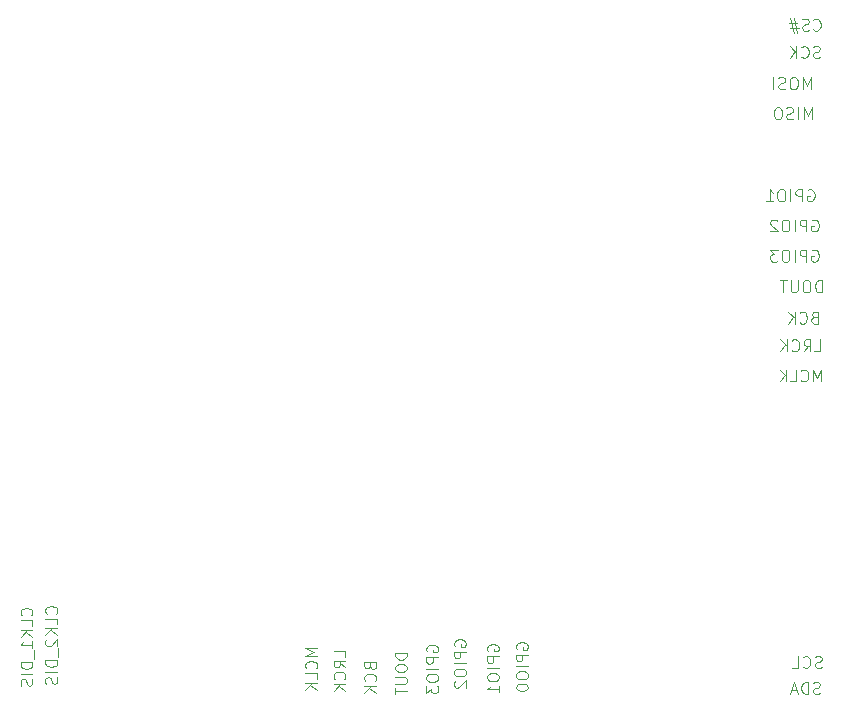
<source format=gbr>
%TF.GenerationSoftware,KiCad,Pcbnew,8.0.4*%
%TF.CreationDate,2024-08-26T07:10:41+02:00*%
%TF.ProjectId,Audio_Digitizer,41756469-6f5f-4446-9967-6974697a6572,rev?*%
%TF.SameCoordinates,Original*%
%TF.FileFunction,Legend,Bot*%
%TF.FilePolarity,Positive*%
%FSLAX46Y46*%
G04 Gerber Fmt 4.6, Leading zero omitted, Abs format (unit mm)*
G04 Created by KiCad (PCBNEW 8.0.4) date 2024-08-26 07:10:41*
%MOMM*%
%LPD*%
G01*
G04 APERTURE LIST*
%ADD10C,0.100000*%
G04 APERTURE END LIST*
D10*
X190170038Y-142727693D02*
X190122419Y-142632455D01*
X190122419Y-142632455D02*
X190122419Y-142489598D01*
X190122419Y-142489598D02*
X190170038Y-142346741D01*
X190170038Y-142346741D02*
X190265276Y-142251503D01*
X190265276Y-142251503D02*
X190360514Y-142203884D01*
X190360514Y-142203884D02*
X190550990Y-142156265D01*
X190550990Y-142156265D02*
X190693847Y-142156265D01*
X190693847Y-142156265D02*
X190884323Y-142203884D01*
X190884323Y-142203884D02*
X190979561Y-142251503D01*
X190979561Y-142251503D02*
X191074800Y-142346741D01*
X191074800Y-142346741D02*
X191122419Y-142489598D01*
X191122419Y-142489598D02*
X191122419Y-142584836D01*
X191122419Y-142584836D02*
X191074800Y-142727693D01*
X191074800Y-142727693D02*
X191027180Y-142775312D01*
X191027180Y-142775312D02*
X190693847Y-142775312D01*
X190693847Y-142775312D02*
X190693847Y-142584836D01*
X191122419Y-143203884D02*
X190122419Y-143203884D01*
X190122419Y-143203884D02*
X190122419Y-143584836D01*
X190122419Y-143584836D02*
X190170038Y-143680074D01*
X190170038Y-143680074D02*
X190217657Y-143727693D01*
X190217657Y-143727693D02*
X190312895Y-143775312D01*
X190312895Y-143775312D02*
X190455752Y-143775312D01*
X190455752Y-143775312D02*
X190550990Y-143727693D01*
X190550990Y-143727693D02*
X190598609Y-143680074D01*
X190598609Y-143680074D02*
X190646228Y-143584836D01*
X190646228Y-143584836D02*
X190646228Y-143203884D01*
X191122419Y-144203884D02*
X190122419Y-144203884D01*
X190122419Y-144870550D02*
X190122419Y-145061026D01*
X190122419Y-145061026D02*
X190170038Y-145156264D01*
X190170038Y-145156264D02*
X190265276Y-145251502D01*
X190265276Y-145251502D02*
X190455752Y-145299121D01*
X190455752Y-145299121D02*
X190789085Y-145299121D01*
X190789085Y-145299121D02*
X190979561Y-145251502D01*
X190979561Y-145251502D02*
X191074800Y-145156264D01*
X191074800Y-145156264D02*
X191122419Y-145061026D01*
X191122419Y-145061026D02*
X191122419Y-144870550D01*
X191122419Y-144870550D02*
X191074800Y-144775312D01*
X191074800Y-144775312D02*
X190979561Y-144680074D01*
X190979561Y-144680074D02*
X190789085Y-144632455D01*
X190789085Y-144632455D02*
X190455752Y-144632455D01*
X190455752Y-144632455D02*
X190265276Y-144680074D01*
X190265276Y-144680074D02*
X190170038Y-144775312D01*
X190170038Y-144775312D02*
X190122419Y-144870550D01*
X190122419Y-145918169D02*
X190122419Y-146013407D01*
X190122419Y-146013407D02*
X190170038Y-146108645D01*
X190170038Y-146108645D02*
X190217657Y-146156264D01*
X190217657Y-146156264D02*
X190312895Y-146203883D01*
X190312895Y-146203883D02*
X190503371Y-146251502D01*
X190503371Y-146251502D02*
X190741466Y-146251502D01*
X190741466Y-146251502D02*
X190931942Y-146203883D01*
X190931942Y-146203883D02*
X191027180Y-146156264D01*
X191027180Y-146156264D02*
X191074800Y-146108645D01*
X191074800Y-146108645D02*
X191122419Y-146013407D01*
X191122419Y-146013407D02*
X191122419Y-145918169D01*
X191122419Y-145918169D02*
X191074800Y-145822931D01*
X191074800Y-145822931D02*
X191027180Y-145775312D01*
X191027180Y-145775312D02*
X190931942Y-145727693D01*
X190931942Y-145727693D02*
X190741466Y-145680074D01*
X190741466Y-145680074D02*
X190503371Y-145680074D01*
X190503371Y-145680074D02*
X190312895Y-145727693D01*
X190312895Y-145727693D02*
X190217657Y-145775312D01*
X190217657Y-145775312D02*
X190170038Y-145822931D01*
X190170038Y-145822931D02*
X190122419Y-145918169D01*
X214822306Y-103870038D02*
X214917544Y-103822419D01*
X214917544Y-103822419D02*
X215060401Y-103822419D01*
X215060401Y-103822419D02*
X215203258Y-103870038D01*
X215203258Y-103870038D02*
X215298496Y-103965276D01*
X215298496Y-103965276D02*
X215346115Y-104060514D01*
X215346115Y-104060514D02*
X215393734Y-104250990D01*
X215393734Y-104250990D02*
X215393734Y-104393847D01*
X215393734Y-104393847D02*
X215346115Y-104584323D01*
X215346115Y-104584323D02*
X215298496Y-104679561D01*
X215298496Y-104679561D02*
X215203258Y-104774800D01*
X215203258Y-104774800D02*
X215060401Y-104822419D01*
X215060401Y-104822419D02*
X214965163Y-104822419D01*
X214965163Y-104822419D02*
X214822306Y-104774800D01*
X214822306Y-104774800D02*
X214774687Y-104727180D01*
X214774687Y-104727180D02*
X214774687Y-104393847D01*
X214774687Y-104393847D02*
X214965163Y-104393847D01*
X214346115Y-104822419D02*
X214346115Y-103822419D01*
X214346115Y-103822419D02*
X213965163Y-103822419D01*
X213965163Y-103822419D02*
X213869925Y-103870038D01*
X213869925Y-103870038D02*
X213822306Y-103917657D01*
X213822306Y-103917657D02*
X213774687Y-104012895D01*
X213774687Y-104012895D02*
X213774687Y-104155752D01*
X213774687Y-104155752D02*
X213822306Y-104250990D01*
X213822306Y-104250990D02*
X213869925Y-104298609D01*
X213869925Y-104298609D02*
X213965163Y-104346228D01*
X213965163Y-104346228D02*
X214346115Y-104346228D01*
X213346115Y-104822419D02*
X213346115Y-103822419D01*
X212679449Y-103822419D02*
X212488973Y-103822419D01*
X212488973Y-103822419D02*
X212393735Y-103870038D01*
X212393735Y-103870038D02*
X212298497Y-103965276D01*
X212298497Y-103965276D02*
X212250878Y-104155752D01*
X212250878Y-104155752D02*
X212250878Y-104489085D01*
X212250878Y-104489085D02*
X212298497Y-104679561D01*
X212298497Y-104679561D02*
X212393735Y-104774800D01*
X212393735Y-104774800D02*
X212488973Y-104822419D01*
X212488973Y-104822419D02*
X212679449Y-104822419D01*
X212679449Y-104822419D02*
X212774687Y-104774800D01*
X212774687Y-104774800D02*
X212869925Y-104679561D01*
X212869925Y-104679561D02*
X212917544Y-104489085D01*
X212917544Y-104489085D02*
X212917544Y-104155752D01*
X212917544Y-104155752D02*
X212869925Y-103965276D01*
X212869925Y-103965276D02*
X212774687Y-103870038D01*
X212774687Y-103870038D02*
X212679449Y-103822419D01*
X211298497Y-104822419D02*
X211869925Y-104822419D01*
X211584211Y-104822419D02*
X211584211Y-103822419D01*
X211584211Y-103822419D02*
X211679449Y-103965276D01*
X211679449Y-103965276D02*
X211774687Y-104060514D01*
X211774687Y-104060514D02*
X211869925Y-104108133D01*
X175672419Y-143380074D02*
X175672419Y-142903884D01*
X175672419Y-142903884D02*
X174672419Y-142903884D01*
X175672419Y-144284836D02*
X175196228Y-143951503D01*
X175672419Y-143713408D02*
X174672419Y-143713408D01*
X174672419Y-143713408D02*
X174672419Y-144094360D01*
X174672419Y-144094360D02*
X174720038Y-144189598D01*
X174720038Y-144189598D02*
X174767657Y-144237217D01*
X174767657Y-144237217D02*
X174862895Y-144284836D01*
X174862895Y-144284836D02*
X175005752Y-144284836D01*
X175005752Y-144284836D02*
X175100990Y-144237217D01*
X175100990Y-144237217D02*
X175148609Y-144189598D01*
X175148609Y-144189598D02*
X175196228Y-144094360D01*
X175196228Y-144094360D02*
X175196228Y-143713408D01*
X175577180Y-145284836D02*
X175624800Y-145237217D01*
X175624800Y-145237217D02*
X175672419Y-145094360D01*
X175672419Y-145094360D02*
X175672419Y-144999122D01*
X175672419Y-144999122D02*
X175624800Y-144856265D01*
X175624800Y-144856265D02*
X175529561Y-144761027D01*
X175529561Y-144761027D02*
X175434323Y-144713408D01*
X175434323Y-144713408D02*
X175243847Y-144665789D01*
X175243847Y-144665789D02*
X175100990Y-144665789D01*
X175100990Y-144665789D02*
X174910514Y-144713408D01*
X174910514Y-144713408D02*
X174815276Y-144761027D01*
X174815276Y-144761027D02*
X174720038Y-144856265D01*
X174720038Y-144856265D02*
X174672419Y-144999122D01*
X174672419Y-144999122D02*
X174672419Y-145094360D01*
X174672419Y-145094360D02*
X174720038Y-145237217D01*
X174720038Y-145237217D02*
X174767657Y-145284836D01*
X175672419Y-145713408D02*
X174672419Y-145713408D01*
X175672419Y-146284836D02*
X175100990Y-145856265D01*
X174672419Y-146284836D02*
X175243847Y-145713408D01*
X215369925Y-117522419D02*
X215846115Y-117522419D01*
X215846115Y-117522419D02*
X215846115Y-116522419D01*
X214465163Y-117522419D02*
X214798496Y-117046228D01*
X215036591Y-117522419D02*
X215036591Y-116522419D01*
X215036591Y-116522419D02*
X214655639Y-116522419D01*
X214655639Y-116522419D02*
X214560401Y-116570038D01*
X214560401Y-116570038D02*
X214512782Y-116617657D01*
X214512782Y-116617657D02*
X214465163Y-116712895D01*
X214465163Y-116712895D02*
X214465163Y-116855752D01*
X214465163Y-116855752D02*
X214512782Y-116950990D01*
X214512782Y-116950990D02*
X214560401Y-116998609D01*
X214560401Y-116998609D02*
X214655639Y-117046228D01*
X214655639Y-117046228D02*
X215036591Y-117046228D01*
X213465163Y-117427180D02*
X213512782Y-117474800D01*
X213512782Y-117474800D02*
X213655639Y-117522419D01*
X213655639Y-117522419D02*
X213750877Y-117522419D01*
X213750877Y-117522419D02*
X213893734Y-117474800D01*
X213893734Y-117474800D02*
X213988972Y-117379561D01*
X213988972Y-117379561D02*
X214036591Y-117284323D01*
X214036591Y-117284323D02*
X214084210Y-117093847D01*
X214084210Y-117093847D02*
X214084210Y-116950990D01*
X214084210Y-116950990D02*
X214036591Y-116760514D01*
X214036591Y-116760514D02*
X213988972Y-116665276D01*
X213988972Y-116665276D02*
X213893734Y-116570038D01*
X213893734Y-116570038D02*
X213750877Y-116522419D01*
X213750877Y-116522419D02*
X213655639Y-116522419D01*
X213655639Y-116522419D02*
X213512782Y-116570038D01*
X213512782Y-116570038D02*
X213465163Y-116617657D01*
X213036591Y-117522419D02*
X213036591Y-116522419D01*
X212465163Y-117522419D02*
X212893734Y-116950990D01*
X212465163Y-116522419D02*
X213036591Y-117093847D01*
X215172306Y-108970038D02*
X215267544Y-108922419D01*
X215267544Y-108922419D02*
X215410401Y-108922419D01*
X215410401Y-108922419D02*
X215553258Y-108970038D01*
X215553258Y-108970038D02*
X215648496Y-109065276D01*
X215648496Y-109065276D02*
X215696115Y-109160514D01*
X215696115Y-109160514D02*
X215743734Y-109350990D01*
X215743734Y-109350990D02*
X215743734Y-109493847D01*
X215743734Y-109493847D02*
X215696115Y-109684323D01*
X215696115Y-109684323D02*
X215648496Y-109779561D01*
X215648496Y-109779561D02*
X215553258Y-109874800D01*
X215553258Y-109874800D02*
X215410401Y-109922419D01*
X215410401Y-109922419D02*
X215315163Y-109922419D01*
X215315163Y-109922419D02*
X215172306Y-109874800D01*
X215172306Y-109874800D02*
X215124687Y-109827180D01*
X215124687Y-109827180D02*
X215124687Y-109493847D01*
X215124687Y-109493847D02*
X215315163Y-109493847D01*
X214696115Y-109922419D02*
X214696115Y-108922419D01*
X214696115Y-108922419D02*
X214315163Y-108922419D01*
X214315163Y-108922419D02*
X214219925Y-108970038D01*
X214219925Y-108970038D02*
X214172306Y-109017657D01*
X214172306Y-109017657D02*
X214124687Y-109112895D01*
X214124687Y-109112895D02*
X214124687Y-109255752D01*
X214124687Y-109255752D02*
X214172306Y-109350990D01*
X214172306Y-109350990D02*
X214219925Y-109398609D01*
X214219925Y-109398609D02*
X214315163Y-109446228D01*
X214315163Y-109446228D02*
X214696115Y-109446228D01*
X213696115Y-109922419D02*
X213696115Y-108922419D01*
X213029449Y-108922419D02*
X212838973Y-108922419D01*
X212838973Y-108922419D02*
X212743735Y-108970038D01*
X212743735Y-108970038D02*
X212648497Y-109065276D01*
X212648497Y-109065276D02*
X212600878Y-109255752D01*
X212600878Y-109255752D02*
X212600878Y-109589085D01*
X212600878Y-109589085D02*
X212648497Y-109779561D01*
X212648497Y-109779561D02*
X212743735Y-109874800D01*
X212743735Y-109874800D02*
X212838973Y-109922419D01*
X212838973Y-109922419D02*
X213029449Y-109922419D01*
X213029449Y-109922419D02*
X213124687Y-109874800D01*
X213124687Y-109874800D02*
X213219925Y-109779561D01*
X213219925Y-109779561D02*
X213267544Y-109589085D01*
X213267544Y-109589085D02*
X213267544Y-109255752D01*
X213267544Y-109255752D02*
X213219925Y-109065276D01*
X213219925Y-109065276D02*
X213124687Y-108970038D01*
X213124687Y-108970038D02*
X213029449Y-108922419D01*
X212267544Y-108922419D02*
X211648497Y-108922419D01*
X211648497Y-108922419D02*
X211981830Y-109303371D01*
X211981830Y-109303371D02*
X211838973Y-109303371D01*
X211838973Y-109303371D02*
X211743735Y-109350990D01*
X211743735Y-109350990D02*
X211696116Y-109398609D01*
X211696116Y-109398609D02*
X211648497Y-109493847D01*
X211648497Y-109493847D02*
X211648497Y-109731942D01*
X211648497Y-109731942D02*
X211696116Y-109827180D01*
X211696116Y-109827180D02*
X211743735Y-109874800D01*
X211743735Y-109874800D02*
X211838973Y-109922419D01*
X211838973Y-109922419D02*
X212124687Y-109922419D01*
X212124687Y-109922419D02*
X212219925Y-109874800D01*
X212219925Y-109874800D02*
X212267544Y-109827180D01*
X180872419Y-143053884D02*
X179872419Y-143053884D01*
X179872419Y-143053884D02*
X179872419Y-143291979D01*
X179872419Y-143291979D02*
X179920038Y-143434836D01*
X179920038Y-143434836D02*
X180015276Y-143530074D01*
X180015276Y-143530074D02*
X180110514Y-143577693D01*
X180110514Y-143577693D02*
X180300990Y-143625312D01*
X180300990Y-143625312D02*
X180443847Y-143625312D01*
X180443847Y-143625312D02*
X180634323Y-143577693D01*
X180634323Y-143577693D02*
X180729561Y-143530074D01*
X180729561Y-143530074D02*
X180824800Y-143434836D01*
X180824800Y-143434836D02*
X180872419Y-143291979D01*
X180872419Y-143291979D02*
X180872419Y-143053884D01*
X179872419Y-144244360D02*
X179872419Y-144434836D01*
X179872419Y-144434836D02*
X179920038Y-144530074D01*
X179920038Y-144530074D02*
X180015276Y-144625312D01*
X180015276Y-144625312D02*
X180205752Y-144672931D01*
X180205752Y-144672931D02*
X180539085Y-144672931D01*
X180539085Y-144672931D02*
X180729561Y-144625312D01*
X180729561Y-144625312D02*
X180824800Y-144530074D01*
X180824800Y-144530074D02*
X180872419Y-144434836D01*
X180872419Y-144434836D02*
X180872419Y-144244360D01*
X180872419Y-144244360D02*
X180824800Y-144149122D01*
X180824800Y-144149122D02*
X180729561Y-144053884D01*
X180729561Y-144053884D02*
X180539085Y-144006265D01*
X180539085Y-144006265D02*
X180205752Y-144006265D01*
X180205752Y-144006265D02*
X180015276Y-144053884D01*
X180015276Y-144053884D02*
X179920038Y-144149122D01*
X179920038Y-144149122D02*
X179872419Y-144244360D01*
X179872419Y-145101503D02*
X180681942Y-145101503D01*
X180681942Y-145101503D02*
X180777180Y-145149122D01*
X180777180Y-145149122D02*
X180824800Y-145196741D01*
X180824800Y-145196741D02*
X180872419Y-145291979D01*
X180872419Y-145291979D02*
X180872419Y-145482455D01*
X180872419Y-145482455D02*
X180824800Y-145577693D01*
X180824800Y-145577693D02*
X180777180Y-145625312D01*
X180777180Y-145625312D02*
X180681942Y-145672931D01*
X180681942Y-145672931D02*
X179872419Y-145672931D01*
X179872419Y-146006265D02*
X179872419Y-146577693D01*
X180872419Y-146291979D02*
X179872419Y-146291979D01*
X215146115Y-97872419D02*
X215146115Y-96872419D01*
X215146115Y-96872419D02*
X214812782Y-97586704D01*
X214812782Y-97586704D02*
X214479449Y-96872419D01*
X214479449Y-96872419D02*
X214479449Y-97872419D01*
X214003258Y-97872419D02*
X214003258Y-96872419D01*
X213574687Y-97824800D02*
X213431830Y-97872419D01*
X213431830Y-97872419D02*
X213193735Y-97872419D01*
X213193735Y-97872419D02*
X213098497Y-97824800D01*
X213098497Y-97824800D02*
X213050878Y-97777180D01*
X213050878Y-97777180D02*
X213003259Y-97681942D01*
X213003259Y-97681942D02*
X213003259Y-97586704D01*
X213003259Y-97586704D02*
X213050878Y-97491466D01*
X213050878Y-97491466D02*
X213098497Y-97443847D01*
X213098497Y-97443847D02*
X213193735Y-97396228D01*
X213193735Y-97396228D02*
X213384211Y-97348609D01*
X213384211Y-97348609D02*
X213479449Y-97300990D01*
X213479449Y-97300990D02*
X213527068Y-97253371D01*
X213527068Y-97253371D02*
X213574687Y-97158133D01*
X213574687Y-97158133D02*
X213574687Y-97062895D01*
X213574687Y-97062895D02*
X213527068Y-96967657D01*
X213527068Y-96967657D02*
X213479449Y-96920038D01*
X213479449Y-96920038D02*
X213384211Y-96872419D01*
X213384211Y-96872419D02*
X213146116Y-96872419D01*
X213146116Y-96872419D02*
X213003259Y-96920038D01*
X212384211Y-96872419D02*
X212193735Y-96872419D01*
X212193735Y-96872419D02*
X212098497Y-96920038D01*
X212098497Y-96920038D02*
X212003259Y-97015276D01*
X212003259Y-97015276D02*
X211955640Y-97205752D01*
X211955640Y-97205752D02*
X211955640Y-97539085D01*
X211955640Y-97539085D02*
X212003259Y-97729561D01*
X212003259Y-97729561D02*
X212098497Y-97824800D01*
X212098497Y-97824800D02*
X212193735Y-97872419D01*
X212193735Y-97872419D02*
X212384211Y-97872419D01*
X212384211Y-97872419D02*
X212479449Y-97824800D01*
X212479449Y-97824800D02*
X212574687Y-97729561D01*
X212574687Y-97729561D02*
X212622306Y-97539085D01*
X212622306Y-97539085D02*
X212622306Y-97205752D01*
X212622306Y-97205752D02*
X212574687Y-97015276D01*
X212574687Y-97015276D02*
X212479449Y-96920038D01*
X212479449Y-96920038D02*
X212384211Y-96872419D01*
X215843734Y-146474800D02*
X215700877Y-146522419D01*
X215700877Y-146522419D02*
X215462782Y-146522419D01*
X215462782Y-146522419D02*
X215367544Y-146474800D01*
X215367544Y-146474800D02*
X215319925Y-146427180D01*
X215319925Y-146427180D02*
X215272306Y-146331942D01*
X215272306Y-146331942D02*
X215272306Y-146236704D01*
X215272306Y-146236704D02*
X215319925Y-146141466D01*
X215319925Y-146141466D02*
X215367544Y-146093847D01*
X215367544Y-146093847D02*
X215462782Y-146046228D01*
X215462782Y-146046228D02*
X215653258Y-145998609D01*
X215653258Y-145998609D02*
X215748496Y-145950990D01*
X215748496Y-145950990D02*
X215796115Y-145903371D01*
X215796115Y-145903371D02*
X215843734Y-145808133D01*
X215843734Y-145808133D02*
X215843734Y-145712895D01*
X215843734Y-145712895D02*
X215796115Y-145617657D01*
X215796115Y-145617657D02*
X215748496Y-145570038D01*
X215748496Y-145570038D02*
X215653258Y-145522419D01*
X215653258Y-145522419D02*
X215415163Y-145522419D01*
X215415163Y-145522419D02*
X215272306Y-145570038D01*
X214843734Y-146522419D02*
X214843734Y-145522419D01*
X214843734Y-145522419D02*
X214605639Y-145522419D01*
X214605639Y-145522419D02*
X214462782Y-145570038D01*
X214462782Y-145570038D02*
X214367544Y-145665276D01*
X214367544Y-145665276D02*
X214319925Y-145760514D01*
X214319925Y-145760514D02*
X214272306Y-145950990D01*
X214272306Y-145950990D02*
X214272306Y-146093847D01*
X214272306Y-146093847D02*
X214319925Y-146284323D01*
X214319925Y-146284323D02*
X214367544Y-146379561D01*
X214367544Y-146379561D02*
X214462782Y-146474800D01*
X214462782Y-146474800D02*
X214605639Y-146522419D01*
X214605639Y-146522419D02*
X214843734Y-146522419D01*
X213891353Y-146236704D02*
X213415163Y-146236704D01*
X213986591Y-146522419D02*
X213653258Y-145522419D01*
X213653258Y-145522419D02*
X213319925Y-146522419D01*
X215993734Y-144274800D02*
X215850877Y-144322419D01*
X215850877Y-144322419D02*
X215612782Y-144322419D01*
X215612782Y-144322419D02*
X215517544Y-144274800D01*
X215517544Y-144274800D02*
X215469925Y-144227180D01*
X215469925Y-144227180D02*
X215422306Y-144131942D01*
X215422306Y-144131942D02*
X215422306Y-144036704D01*
X215422306Y-144036704D02*
X215469925Y-143941466D01*
X215469925Y-143941466D02*
X215517544Y-143893847D01*
X215517544Y-143893847D02*
X215612782Y-143846228D01*
X215612782Y-143846228D02*
X215803258Y-143798609D01*
X215803258Y-143798609D02*
X215898496Y-143750990D01*
X215898496Y-143750990D02*
X215946115Y-143703371D01*
X215946115Y-143703371D02*
X215993734Y-143608133D01*
X215993734Y-143608133D02*
X215993734Y-143512895D01*
X215993734Y-143512895D02*
X215946115Y-143417657D01*
X215946115Y-143417657D02*
X215898496Y-143370038D01*
X215898496Y-143370038D02*
X215803258Y-143322419D01*
X215803258Y-143322419D02*
X215565163Y-143322419D01*
X215565163Y-143322419D02*
X215422306Y-143370038D01*
X214422306Y-144227180D02*
X214469925Y-144274800D01*
X214469925Y-144274800D02*
X214612782Y-144322419D01*
X214612782Y-144322419D02*
X214708020Y-144322419D01*
X214708020Y-144322419D02*
X214850877Y-144274800D01*
X214850877Y-144274800D02*
X214946115Y-144179561D01*
X214946115Y-144179561D02*
X214993734Y-144084323D01*
X214993734Y-144084323D02*
X215041353Y-143893847D01*
X215041353Y-143893847D02*
X215041353Y-143750990D01*
X215041353Y-143750990D02*
X214993734Y-143560514D01*
X214993734Y-143560514D02*
X214946115Y-143465276D01*
X214946115Y-143465276D02*
X214850877Y-143370038D01*
X214850877Y-143370038D02*
X214708020Y-143322419D01*
X214708020Y-143322419D02*
X214612782Y-143322419D01*
X214612782Y-143322419D02*
X214469925Y-143370038D01*
X214469925Y-143370038D02*
X214422306Y-143417657D01*
X213517544Y-144322419D02*
X213993734Y-144322419D01*
X213993734Y-144322419D02*
X213993734Y-143322419D01*
X182570038Y-142927693D02*
X182522419Y-142832455D01*
X182522419Y-142832455D02*
X182522419Y-142689598D01*
X182522419Y-142689598D02*
X182570038Y-142546741D01*
X182570038Y-142546741D02*
X182665276Y-142451503D01*
X182665276Y-142451503D02*
X182760514Y-142403884D01*
X182760514Y-142403884D02*
X182950990Y-142356265D01*
X182950990Y-142356265D02*
X183093847Y-142356265D01*
X183093847Y-142356265D02*
X183284323Y-142403884D01*
X183284323Y-142403884D02*
X183379561Y-142451503D01*
X183379561Y-142451503D02*
X183474800Y-142546741D01*
X183474800Y-142546741D02*
X183522419Y-142689598D01*
X183522419Y-142689598D02*
X183522419Y-142784836D01*
X183522419Y-142784836D02*
X183474800Y-142927693D01*
X183474800Y-142927693D02*
X183427180Y-142975312D01*
X183427180Y-142975312D02*
X183093847Y-142975312D01*
X183093847Y-142975312D02*
X183093847Y-142784836D01*
X183522419Y-143403884D02*
X182522419Y-143403884D01*
X182522419Y-143403884D02*
X182522419Y-143784836D01*
X182522419Y-143784836D02*
X182570038Y-143880074D01*
X182570038Y-143880074D02*
X182617657Y-143927693D01*
X182617657Y-143927693D02*
X182712895Y-143975312D01*
X182712895Y-143975312D02*
X182855752Y-143975312D01*
X182855752Y-143975312D02*
X182950990Y-143927693D01*
X182950990Y-143927693D02*
X182998609Y-143880074D01*
X182998609Y-143880074D02*
X183046228Y-143784836D01*
X183046228Y-143784836D02*
X183046228Y-143403884D01*
X183522419Y-144403884D02*
X182522419Y-144403884D01*
X182522419Y-145070550D02*
X182522419Y-145261026D01*
X182522419Y-145261026D02*
X182570038Y-145356264D01*
X182570038Y-145356264D02*
X182665276Y-145451502D01*
X182665276Y-145451502D02*
X182855752Y-145499121D01*
X182855752Y-145499121D02*
X183189085Y-145499121D01*
X183189085Y-145499121D02*
X183379561Y-145451502D01*
X183379561Y-145451502D02*
X183474800Y-145356264D01*
X183474800Y-145356264D02*
X183522419Y-145261026D01*
X183522419Y-145261026D02*
X183522419Y-145070550D01*
X183522419Y-145070550D02*
X183474800Y-144975312D01*
X183474800Y-144975312D02*
X183379561Y-144880074D01*
X183379561Y-144880074D02*
X183189085Y-144832455D01*
X183189085Y-144832455D02*
X182855752Y-144832455D01*
X182855752Y-144832455D02*
X182665276Y-144880074D01*
X182665276Y-144880074D02*
X182570038Y-144975312D01*
X182570038Y-144975312D02*
X182522419Y-145070550D01*
X182522419Y-145832455D02*
X182522419Y-146451502D01*
X182522419Y-146451502D02*
X182903371Y-146118169D01*
X182903371Y-146118169D02*
X182903371Y-146261026D01*
X182903371Y-146261026D02*
X182950990Y-146356264D01*
X182950990Y-146356264D02*
X182998609Y-146403883D01*
X182998609Y-146403883D02*
X183093847Y-146451502D01*
X183093847Y-146451502D02*
X183331942Y-146451502D01*
X183331942Y-146451502D02*
X183427180Y-146403883D01*
X183427180Y-146403883D02*
X183474800Y-146356264D01*
X183474800Y-146356264D02*
X183522419Y-146261026D01*
X183522419Y-146261026D02*
X183522419Y-145975312D01*
X183522419Y-145975312D02*
X183474800Y-145880074D01*
X183474800Y-145880074D02*
X183427180Y-145832455D01*
X177748609Y-144187217D02*
X177796228Y-144330074D01*
X177796228Y-144330074D02*
X177843847Y-144377693D01*
X177843847Y-144377693D02*
X177939085Y-144425312D01*
X177939085Y-144425312D02*
X178081942Y-144425312D01*
X178081942Y-144425312D02*
X178177180Y-144377693D01*
X178177180Y-144377693D02*
X178224800Y-144330074D01*
X178224800Y-144330074D02*
X178272419Y-144234836D01*
X178272419Y-144234836D02*
X178272419Y-143853884D01*
X178272419Y-143853884D02*
X177272419Y-143853884D01*
X177272419Y-143853884D02*
X177272419Y-144187217D01*
X177272419Y-144187217D02*
X177320038Y-144282455D01*
X177320038Y-144282455D02*
X177367657Y-144330074D01*
X177367657Y-144330074D02*
X177462895Y-144377693D01*
X177462895Y-144377693D02*
X177558133Y-144377693D01*
X177558133Y-144377693D02*
X177653371Y-144330074D01*
X177653371Y-144330074D02*
X177700990Y-144282455D01*
X177700990Y-144282455D02*
X177748609Y-144187217D01*
X177748609Y-144187217D02*
X177748609Y-143853884D01*
X178177180Y-145425312D02*
X178224800Y-145377693D01*
X178224800Y-145377693D02*
X178272419Y-145234836D01*
X178272419Y-145234836D02*
X178272419Y-145139598D01*
X178272419Y-145139598D02*
X178224800Y-144996741D01*
X178224800Y-144996741D02*
X178129561Y-144901503D01*
X178129561Y-144901503D02*
X178034323Y-144853884D01*
X178034323Y-144853884D02*
X177843847Y-144806265D01*
X177843847Y-144806265D02*
X177700990Y-144806265D01*
X177700990Y-144806265D02*
X177510514Y-144853884D01*
X177510514Y-144853884D02*
X177415276Y-144901503D01*
X177415276Y-144901503D02*
X177320038Y-144996741D01*
X177320038Y-144996741D02*
X177272419Y-145139598D01*
X177272419Y-145139598D02*
X177272419Y-145234836D01*
X177272419Y-145234836D02*
X177320038Y-145377693D01*
X177320038Y-145377693D02*
X177367657Y-145425312D01*
X178272419Y-145853884D02*
X177272419Y-145853884D01*
X178272419Y-146425312D02*
X177700990Y-145996741D01*
X177272419Y-146425312D02*
X177843847Y-145853884D01*
X215996115Y-112522419D02*
X215996115Y-111522419D01*
X215996115Y-111522419D02*
X215758020Y-111522419D01*
X215758020Y-111522419D02*
X215615163Y-111570038D01*
X215615163Y-111570038D02*
X215519925Y-111665276D01*
X215519925Y-111665276D02*
X215472306Y-111760514D01*
X215472306Y-111760514D02*
X215424687Y-111950990D01*
X215424687Y-111950990D02*
X215424687Y-112093847D01*
X215424687Y-112093847D02*
X215472306Y-112284323D01*
X215472306Y-112284323D02*
X215519925Y-112379561D01*
X215519925Y-112379561D02*
X215615163Y-112474800D01*
X215615163Y-112474800D02*
X215758020Y-112522419D01*
X215758020Y-112522419D02*
X215996115Y-112522419D01*
X214805639Y-111522419D02*
X214615163Y-111522419D01*
X214615163Y-111522419D02*
X214519925Y-111570038D01*
X214519925Y-111570038D02*
X214424687Y-111665276D01*
X214424687Y-111665276D02*
X214377068Y-111855752D01*
X214377068Y-111855752D02*
X214377068Y-112189085D01*
X214377068Y-112189085D02*
X214424687Y-112379561D01*
X214424687Y-112379561D02*
X214519925Y-112474800D01*
X214519925Y-112474800D02*
X214615163Y-112522419D01*
X214615163Y-112522419D02*
X214805639Y-112522419D01*
X214805639Y-112522419D02*
X214900877Y-112474800D01*
X214900877Y-112474800D02*
X214996115Y-112379561D01*
X214996115Y-112379561D02*
X215043734Y-112189085D01*
X215043734Y-112189085D02*
X215043734Y-111855752D01*
X215043734Y-111855752D02*
X214996115Y-111665276D01*
X214996115Y-111665276D02*
X214900877Y-111570038D01*
X214900877Y-111570038D02*
X214805639Y-111522419D01*
X213948496Y-111522419D02*
X213948496Y-112331942D01*
X213948496Y-112331942D02*
X213900877Y-112427180D01*
X213900877Y-112427180D02*
X213853258Y-112474800D01*
X213853258Y-112474800D02*
X213758020Y-112522419D01*
X213758020Y-112522419D02*
X213567544Y-112522419D01*
X213567544Y-112522419D02*
X213472306Y-112474800D01*
X213472306Y-112474800D02*
X213424687Y-112427180D01*
X213424687Y-112427180D02*
X213377068Y-112331942D01*
X213377068Y-112331942D02*
X213377068Y-111522419D01*
X213043734Y-111522419D02*
X212472306Y-111522419D01*
X212758020Y-112522419D02*
X212758020Y-111522419D01*
X173272419Y-142653884D02*
X172272419Y-142653884D01*
X172272419Y-142653884D02*
X172986704Y-142987217D01*
X172986704Y-142987217D02*
X172272419Y-143320550D01*
X172272419Y-143320550D02*
X173272419Y-143320550D01*
X173177180Y-144368169D02*
X173224800Y-144320550D01*
X173224800Y-144320550D02*
X173272419Y-144177693D01*
X173272419Y-144177693D02*
X173272419Y-144082455D01*
X173272419Y-144082455D02*
X173224800Y-143939598D01*
X173224800Y-143939598D02*
X173129561Y-143844360D01*
X173129561Y-143844360D02*
X173034323Y-143796741D01*
X173034323Y-143796741D02*
X172843847Y-143749122D01*
X172843847Y-143749122D02*
X172700990Y-143749122D01*
X172700990Y-143749122D02*
X172510514Y-143796741D01*
X172510514Y-143796741D02*
X172415276Y-143844360D01*
X172415276Y-143844360D02*
X172320038Y-143939598D01*
X172320038Y-143939598D02*
X172272419Y-144082455D01*
X172272419Y-144082455D02*
X172272419Y-144177693D01*
X172272419Y-144177693D02*
X172320038Y-144320550D01*
X172320038Y-144320550D02*
X172367657Y-144368169D01*
X173272419Y-145272931D02*
X173272419Y-144796741D01*
X173272419Y-144796741D02*
X172272419Y-144796741D01*
X173272419Y-145606265D02*
X172272419Y-145606265D01*
X173272419Y-146177693D02*
X172700990Y-145749122D01*
X172272419Y-146177693D02*
X172843847Y-145606265D01*
X149077180Y-139875312D02*
X149124800Y-139827693D01*
X149124800Y-139827693D02*
X149172419Y-139684836D01*
X149172419Y-139684836D02*
X149172419Y-139589598D01*
X149172419Y-139589598D02*
X149124800Y-139446741D01*
X149124800Y-139446741D02*
X149029561Y-139351503D01*
X149029561Y-139351503D02*
X148934323Y-139303884D01*
X148934323Y-139303884D02*
X148743847Y-139256265D01*
X148743847Y-139256265D02*
X148600990Y-139256265D01*
X148600990Y-139256265D02*
X148410514Y-139303884D01*
X148410514Y-139303884D02*
X148315276Y-139351503D01*
X148315276Y-139351503D02*
X148220038Y-139446741D01*
X148220038Y-139446741D02*
X148172419Y-139589598D01*
X148172419Y-139589598D02*
X148172419Y-139684836D01*
X148172419Y-139684836D02*
X148220038Y-139827693D01*
X148220038Y-139827693D02*
X148267657Y-139875312D01*
X149172419Y-140780074D02*
X149172419Y-140303884D01*
X149172419Y-140303884D02*
X148172419Y-140303884D01*
X149172419Y-141113408D02*
X148172419Y-141113408D01*
X149172419Y-141684836D02*
X148600990Y-141256265D01*
X148172419Y-141684836D02*
X148743847Y-141113408D01*
X149172419Y-142637217D02*
X149172419Y-142065789D01*
X149172419Y-142351503D02*
X148172419Y-142351503D01*
X148172419Y-142351503D02*
X148315276Y-142256265D01*
X148315276Y-142256265D02*
X148410514Y-142161027D01*
X148410514Y-142161027D02*
X148458133Y-142065789D01*
X149267657Y-142827694D02*
X149267657Y-143589598D01*
X149172419Y-143827694D02*
X148172419Y-143827694D01*
X148172419Y-143827694D02*
X148172419Y-144065789D01*
X148172419Y-144065789D02*
X148220038Y-144208646D01*
X148220038Y-144208646D02*
X148315276Y-144303884D01*
X148315276Y-144303884D02*
X148410514Y-144351503D01*
X148410514Y-144351503D02*
X148600990Y-144399122D01*
X148600990Y-144399122D02*
X148743847Y-144399122D01*
X148743847Y-144399122D02*
X148934323Y-144351503D01*
X148934323Y-144351503D02*
X149029561Y-144303884D01*
X149029561Y-144303884D02*
X149124800Y-144208646D01*
X149124800Y-144208646D02*
X149172419Y-144065789D01*
X149172419Y-144065789D02*
X149172419Y-143827694D01*
X149172419Y-144827694D02*
X148172419Y-144827694D01*
X149124800Y-145256265D02*
X149172419Y-145399122D01*
X149172419Y-145399122D02*
X149172419Y-145637217D01*
X149172419Y-145637217D02*
X149124800Y-145732455D01*
X149124800Y-145732455D02*
X149077180Y-145780074D01*
X149077180Y-145780074D02*
X148981942Y-145827693D01*
X148981942Y-145827693D02*
X148886704Y-145827693D01*
X148886704Y-145827693D02*
X148791466Y-145780074D01*
X148791466Y-145780074D02*
X148743847Y-145732455D01*
X148743847Y-145732455D02*
X148696228Y-145637217D01*
X148696228Y-145637217D02*
X148648609Y-145446741D01*
X148648609Y-145446741D02*
X148600990Y-145351503D01*
X148600990Y-145351503D02*
X148553371Y-145303884D01*
X148553371Y-145303884D02*
X148458133Y-145256265D01*
X148458133Y-145256265D02*
X148362895Y-145256265D01*
X148362895Y-145256265D02*
X148267657Y-145303884D01*
X148267657Y-145303884D02*
X148220038Y-145351503D01*
X148220038Y-145351503D02*
X148172419Y-145446741D01*
X148172419Y-145446741D02*
X148172419Y-145684836D01*
X148172419Y-145684836D02*
X148220038Y-145827693D01*
X215362782Y-114648609D02*
X215219925Y-114696228D01*
X215219925Y-114696228D02*
X215172306Y-114743847D01*
X215172306Y-114743847D02*
X215124687Y-114839085D01*
X215124687Y-114839085D02*
X215124687Y-114981942D01*
X215124687Y-114981942D02*
X215172306Y-115077180D01*
X215172306Y-115077180D02*
X215219925Y-115124800D01*
X215219925Y-115124800D02*
X215315163Y-115172419D01*
X215315163Y-115172419D02*
X215696115Y-115172419D01*
X215696115Y-115172419D02*
X215696115Y-114172419D01*
X215696115Y-114172419D02*
X215362782Y-114172419D01*
X215362782Y-114172419D02*
X215267544Y-114220038D01*
X215267544Y-114220038D02*
X215219925Y-114267657D01*
X215219925Y-114267657D02*
X215172306Y-114362895D01*
X215172306Y-114362895D02*
X215172306Y-114458133D01*
X215172306Y-114458133D02*
X215219925Y-114553371D01*
X215219925Y-114553371D02*
X215267544Y-114600990D01*
X215267544Y-114600990D02*
X215362782Y-114648609D01*
X215362782Y-114648609D02*
X215696115Y-114648609D01*
X214124687Y-115077180D02*
X214172306Y-115124800D01*
X214172306Y-115124800D02*
X214315163Y-115172419D01*
X214315163Y-115172419D02*
X214410401Y-115172419D01*
X214410401Y-115172419D02*
X214553258Y-115124800D01*
X214553258Y-115124800D02*
X214648496Y-115029561D01*
X214648496Y-115029561D02*
X214696115Y-114934323D01*
X214696115Y-114934323D02*
X214743734Y-114743847D01*
X214743734Y-114743847D02*
X214743734Y-114600990D01*
X214743734Y-114600990D02*
X214696115Y-114410514D01*
X214696115Y-114410514D02*
X214648496Y-114315276D01*
X214648496Y-114315276D02*
X214553258Y-114220038D01*
X214553258Y-114220038D02*
X214410401Y-114172419D01*
X214410401Y-114172419D02*
X214315163Y-114172419D01*
X214315163Y-114172419D02*
X214172306Y-114220038D01*
X214172306Y-114220038D02*
X214124687Y-114267657D01*
X213696115Y-115172419D02*
X213696115Y-114172419D01*
X213124687Y-115172419D02*
X213553258Y-114600990D01*
X213124687Y-114172419D02*
X213696115Y-114743847D01*
X215274687Y-90277180D02*
X215322306Y-90324800D01*
X215322306Y-90324800D02*
X215465163Y-90372419D01*
X215465163Y-90372419D02*
X215560401Y-90372419D01*
X215560401Y-90372419D02*
X215703258Y-90324800D01*
X215703258Y-90324800D02*
X215798496Y-90229561D01*
X215798496Y-90229561D02*
X215846115Y-90134323D01*
X215846115Y-90134323D02*
X215893734Y-89943847D01*
X215893734Y-89943847D02*
X215893734Y-89800990D01*
X215893734Y-89800990D02*
X215846115Y-89610514D01*
X215846115Y-89610514D02*
X215798496Y-89515276D01*
X215798496Y-89515276D02*
X215703258Y-89420038D01*
X215703258Y-89420038D02*
X215560401Y-89372419D01*
X215560401Y-89372419D02*
X215465163Y-89372419D01*
X215465163Y-89372419D02*
X215322306Y-89420038D01*
X215322306Y-89420038D02*
X215274687Y-89467657D01*
X214893734Y-90324800D02*
X214750877Y-90372419D01*
X214750877Y-90372419D02*
X214512782Y-90372419D01*
X214512782Y-90372419D02*
X214417544Y-90324800D01*
X214417544Y-90324800D02*
X214369925Y-90277180D01*
X214369925Y-90277180D02*
X214322306Y-90181942D01*
X214322306Y-90181942D02*
X214322306Y-90086704D01*
X214322306Y-90086704D02*
X214369925Y-89991466D01*
X214369925Y-89991466D02*
X214417544Y-89943847D01*
X214417544Y-89943847D02*
X214512782Y-89896228D01*
X214512782Y-89896228D02*
X214703258Y-89848609D01*
X214703258Y-89848609D02*
X214798496Y-89800990D01*
X214798496Y-89800990D02*
X214846115Y-89753371D01*
X214846115Y-89753371D02*
X214893734Y-89658133D01*
X214893734Y-89658133D02*
X214893734Y-89562895D01*
X214893734Y-89562895D02*
X214846115Y-89467657D01*
X214846115Y-89467657D02*
X214798496Y-89420038D01*
X214798496Y-89420038D02*
X214703258Y-89372419D01*
X214703258Y-89372419D02*
X214465163Y-89372419D01*
X214465163Y-89372419D02*
X214322306Y-89420038D01*
X213941353Y-89705752D02*
X213227068Y-89705752D01*
X213655639Y-89277180D02*
X213941353Y-90562895D01*
X213322306Y-90134323D02*
X214036591Y-90134323D01*
X213608020Y-90562895D02*
X213322306Y-89277180D01*
X215172306Y-106420038D02*
X215267544Y-106372419D01*
X215267544Y-106372419D02*
X215410401Y-106372419D01*
X215410401Y-106372419D02*
X215553258Y-106420038D01*
X215553258Y-106420038D02*
X215648496Y-106515276D01*
X215648496Y-106515276D02*
X215696115Y-106610514D01*
X215696115Y-106610514D02*
X215743734Y-106800990D01*
X215743734Y-106800990D02*
X215743734Y-106943847D01*
X215743734Y-106943847D02*
X215696115Y-107134323D01*
X215696115Y-107134323D02*
X215648496Y-107229561D01*
X215648496Y-107229561D02*
X215553258Y-107324800D01*
X215553258Y-107324800D02*
X215410401Y-107372419D01*
X215410401Y-107372419D02*
X215315163Y-107372419D01*
X215315163Y-107372419D02*
X215172306Y-107324800D01*
X215172306Y-107324800D02*
X215124687Y-107277180D01*
X215124687Y-107277180D02*
X215124687Y-106943847D01*
X215124687Y-106943847D02*
X215315163Y-106943847D01*
X214696115Y-107372419D02*
X214696115Y-106372419D01*
X214696115Y-106372419D02*
X214315163Y-106372419D01*
X214315163Y-106372419D02*
X214219925Y-106420038D01*
X214219925Y-106420038D02*
X214172306Y-106467657D01*
X214172306Y-106467657D02*
X214124687Y-106562895D01*
X214124687Y-106562895D02*
X214124687Y-106705752D01*
X214124687Y-106705752D02*
X214172306Y-106800990D01*
X214172306Y-106800990D02*
X214219925Y-106848609D01*
X214219925Y-106848609D02*
X214315163Y-106896228D01*
X214315163Y-106896228D02*
X214696115Y-106896228D01*
X213696115Y-107372419D02*
X213696115Y-106372419D01*
X213029449Y-106372419D02*
X212838973Y-106372419D01*
X212838973Y-106372419D02*
X212743735Y-106420038D01*
X212743735Y-106420038D02*
X212648497Y-106515276D01*
X212648497Y-106515276D02*
X212600878Y-106705752D01*
X212600878Y-106705752D02*
X212600878Y-107039085D01*
X212600878Y-107039085D02*
X212648497Y-107229561D01*
X212648497Y-107229561D02*
X212743735Y-107324800D01*
X212743735Y-107324800D02*
X212838973Y-107372419D01*
X212838973Y-107372419D02*
X213029449Y-107372419D01*
X213029449Y-107372419D02*
X213124687Y-107324800D01*
X213124687Y-107324800D02*
X213219925Y-107229561D01*
X213219925Y-107229561D02*
X213267544Y-107039085D01*
X213267544Y-107039085D02*
X213267544Y-106705752D01*
X213267544Y-106705752D02*
X213219925Y-106515276D01*
X213219925Y-106515276D02*
X213124687Y-106420038D01*
X213124687Y-106420038D02*
X213029449Y-106372419D01*
X212219925Y-106467657D02*
X212172306Y-106420038D01*
X212172306Y-106420038D02*
X212077068Y-106372419D01*
X212077068Y-106372419D02*
X211838973Y-106372419D01*
X211838973Y-106372419D02*
X211743735Y-106420038D01*
X211743735Y-106420038D02*
X211696116Y-106467657D01*
X211696116Y-106467657D02*
X211648497Y-106562895D01*
X211648497Y-106562895D02*
X211648497Y-106658133D01*
X211648497Y-106658133D02*
X211696116Y-106800990D01*
X211696116Y-106800990D02*
X212267544Y-107372419D01*
X212267544Y-107372419D02*
X211648497Y-107372419D01*
X215843734Y-92624800D02*
X215700877Y-92672419D01*
X215700877Y-92672419D02*
X215462782Y-92672419D01*
X215462782Y-92672419D02*
X215367544Y-92624800D01*
X215367544Y-92624800D02*
X215319925Y-92577180D01*
X215319925Y-92577180D02*
X215272306Y-92481942D01*
X215272306Y-92481942D02*
X215272306Y-92386704D01*
X215272306Y-92386704D02*
X215319925Y-92291466D01*
X215319925Y-92291466D02*
X215367544Y-92243847D01*
X215367544Y-92243847D02*
X215462782Y-92196228D01*
X215462782Y-92196228D02*
X215653258Y-92148609D01*
X215653258Y-92148609D02*
X215748496Y-92100990D01*
X215748496Y-92100990D02*
X215796115Y-92053371D01*
X215796115Y-92053371D02*
X215843734Y-91958133D01*
X215843734Y-91958133D02*
X215843734Y-91862895D01*
X215843734Y-91862895D02*
X215796115Y-91767657D01*
X215796115Y-91767657D02*
X215748496Y-91720038D01*
X215748496Y-91720038D02*
X215653258Y-91672419D01*
X215653258Y-91672419D02*
X215415163Y-91672419D01*
X215415163Y-91672419D02*
X215272306Y-91720038D01*
X214272306Y-92577180D02*
X214319925Y-92624800D01*
X214319925Y-92624800D02*
X214462782Y-92672419D01*
X214462782Y-92672419D02*
X214558020Y-92672419D01*
X214558020Y-92672419D02*
X214700877Y-92624800D01*
X214700877Y-92624800D02*
X214796115Y-92529561D01*
X214796115Y-92529561D02*
X214843734Y-92434323D01*
X214843734Y-92434323D02*
X214891353Y-92243847D01*
X214891353Y-92243847D02*
X214891353Y-92100990D01*
X214891353Y-92100990D02*
X214843734Y-91910514D01*
X214843734Y-91910514D02*
X214796115Y-91815276D01*
X214796115Y-91815276D02*
X214700877Y-91720038D01*
X214700877Y-91720038D02*
X214558020Y-91672419D01*
X214558020Y-91672419D02*
X214462782Y-91672419D01*
X214462782Y-91672419D02*
X214319925Y-91720038D01*
X214319925Y-91720038D02*
X214272306Y-91767657D01*
X213843734Y-92672419D02*
X213843734Y-91672419D01*
X213272306Y-92672419D02*
X213700877Y-92100990D01*
X213272306Y-91672419D02*
X213843734Y-92243847D01*
X151177180Y-139725312D02*
X151224800Y-139677693D01*
X151224800Y-139677693D02*
X151272419Y-139534836D01*
X151272419Y-139534836D02*
X151272419Y-139439598D01*
X151272419Y-139439598D02*
X151224800Y-139296741D01*
X151224800Y-139296741D02*
X151129561Y-139201503D01*
X151129561Y-139201503D02*
X151034323Y-139153884D01*
X151034323Y-139153884D02*
X150843847Y-139106265D01*
X150843847Y-139106265D02*
X150700990Y-139106265D01*
X150700990Y-139106265D02*
X150510514Y-139153884D01*
X150510514Y-139153884D02*
X150415276Y-139201503D01*
X150415276Y-139201503D02*
X150320038Y-139296741D01*
X150320038Y-139296741D02*
X150272419Y-139439598D01*
X150272419Y-139439598D02*
X150272419Y-139534836D01*
X150272419Y-139534836D02*
X150320038Y-139677693D01*
X150320038Y-139677693D02*
X150367657Y-139725312D01*
X151272419Y-140630074D02*
X151272419Y-140153884D01*
X151272419Y-140153884D02*
X150272419Y-140153884D01*
X151272419Y-140963408D02*
X150272419Y-140963408D01*
X151272419Y-141534836D02*
X150700990Y-141106265D01*
X150272419Y-141534836D02*
X150843847Y-140963408D01*
X150367657Y-141915789D02*
X150320038Y-141963408D01*
X150320038Y-141963408D02*
X150272419Y-142058646D01*
X150272419Y-142058646D02*
X150272419Y-142296741D01*
X150272419Y-142296741D02*
X150320038Y-142391979D01*
X150320038Y-142391979D02*
X150367657Y-142439598D01*
X150367657Y-142439598D02*
X150462895Y-142487217D01*
X150462895Y-142487217D02*
X150558133Y-142487217D01*
X150558133Y-142487217D02*
X150700990Y-142439598D01*
X150700990Y-142439598D02*
X151272419Y-141868170D01*
X151272419Y-141868170D02*
X151272419Y-142487217D01*
X151367657Y-142677694D02*
X151367657Y-143439598D01*
X151272419Y-143677694D02*
X150272419Y-143677694D01*
X150272419Y-143677694D02*
X150272419Y-143915789D01*
X150272419Y-143915789D02*
X150320038Y-144058646D01*
X150320038Y-144058646D02*
X150415276Y-144153884D01*
X150415276Y-144153884D02*
X150510514Y-144201503D01*
X150510514Y-144201503D02*
X150700990Y-144249122D01*
X150700990Y-144249122D02*
X150843847Y-144249122D01*
X150843847Y-144249122D02*
X151034323Y-144201503D01*
X151034323Y-144201503D02*
X151129561Y-144153884D01*
X151129561Y-144153884D02*
X151224800Y-144058646D01*
X151224800Y-144058646D02*
X151272419Y-143915789D01*
X151272419Y-143915789D02*
X151272419Y-143677694D01*
X151272419Y-144677694D02*
X150272419Y-144677694D01*
X151224800Y-145106265D02*
X151272419Y-145249122D01*
X151272419Y-145249122D02*
X151272419Y-145487217D01*
X151272419Y-145487217D02*
X151224800Y-145582455D01*
X151224800Y-145582455D02*
X151177180Y-145630074D01*
X151177180Y-145630074D02*
X151081942Y-145677693D01*
X151081942Y-145677693D02*
X150986704Y-145677693D01*
X150986704Y-145677693D02*
X150891466Y-145630074D01*
X150891466Y-145630074D02*
X150843847Y-145582455D01*
X150843847Y-145582455D02*
X150796228Y-145487217D01*
X150796228Y-145487217D02*
X150748609Y-145296741D01*
X150748609Y-145296741D02*
X150700990Y-145201503D01*
X150700990Y-145201503D02*
X150653371Y-145153884D01*
X150653371Y-145153884D02*
X150558133Y-145106265D01*
X150558133Y-145106265D02*
X150462895Y-145106265D01*
X150462895Y-145106265D02*
X150367657Y-145153884D01*
X150367657Y-145153884D02*
X150320038Y-145201503D01*
X150320038Y-145201503D02*
X150272419Y-145296741D01*
X150272419Y-145296741D02*
X150272419Y-145534836D01*
X150272419Y-145534836D02*
X150320038Y-145677693D01*
X184920038Y-142477693D02*
X184872419Y-142382455D01*
X184872419Y-142382455D02*
X184872419Y-142239598D01*
X184872419Y-142239598D02*
X184920038Y-142096741D01*
X184920038Y-142096741D02*
X185015276Y-142001503D01*
X185015276Y-142001503D02*
X185110514Y-141953884D01*
X185110514Y-141953884D02*
X185300990Y-141906265D01*
X185300990Y-141906265D02*
X185443847Y-141906265D01*
X185443847Y-141906265D02*
X185634323Y-141953884D01*
X185634323Y-141953884D02*
X185729561Y-142001503D01*
X185729561Y-142001503D02*
X185824800Y-142096741D01*
X185824800Y-142096741D02*
X185872419Y-142239598D01*
X185872419Y-142239598D02*
X185872419Y-142334836D01*
X185872419Y-142334836D02*
X185824800Y-142477693D01*
X185824800Y-142477693D02*
X185777180Y-142525312D01*
X185777180Y-142525312D02*
X185443847Y-142525312D01*
X185443847Y-142525312D02*
X185443847Y-142334836D01*
X185872419Y-142953884D02*
X184872419Y-142953884D01*
X184872419Y-142953884D02*
X184872419Y-143334836D01*
X184872419Y-143334836D02*
X184920038Y-143430074D01*
X184920038Y-143430074D02*
X184967657Y-143477693D01*
X184967657Y-143477693D02*
X185062895Y-143525312D01*
X185062895Y-143525312D02*
X185205752Y-143525312D01*
X185205752Y-143525312D02*
X185300990Y-143477693D01*
X185300990Y-143477693D02*
X185348609Y-143430074D01*
X185348609Y-143430074D02*
X185396228Y-143334836D01*
X185396228Y-143334836D02*
X185396228Y-142953884D01*
X185872419Y-143953884D02*
X184872419Y-143953884D01*
X184872419Y-144620550D02*
X184872419Y-144811026D01*
X184872419Y-144811026D02*
X184920038Y-144906264D01*
X184920038Y-144906264D02*
X185015276Y-145001502D01*
X185015276Y-145001502D02*
X185205752Y-145049121D01*
X185205752Y-145049121D02*
X185539085Y-145049121D01*
X185539085Y-145049121D02*
X185729561Y-145001502D01*
X185729561Y-145001502D02*
X185824800Y-144906264D01*
X185824800Y-144906264D02*
X185872419Y-144811026D01*
X185872419Y-144811026D02*
X185872419Y-144620550D01*
X185872419Y-144620550D02*
X185824800Y-144525312D01*
X185824800Y-144525312D02*
X185729561Y-144430074D01*
X185729561Y-144430074D02*
X185539085Y-144382455D01*
X185539085Y-144382455D02*
X185205752Y-144382455D01*
X185205752Y-144382455D02*
X185015276Y-144430074D01*
X185015276Y-144430074D02*
X184920038Y-144525312D01*
X184920038Y-144525312D02*
X184872419Y-144620550D01*
X184967657Y-145430074D02*
X184920038Y-145477693D01*
X184920038Y-145477693D02*
X184872419Y-145572931D01*
X184872419Y-145572931D02*
X184872419Y-145811026D01*
X184872419Y-145811026D02*
X184920038Y-145906264D01*
X184920038Y-145906264D02*
X184967657Y-145953883D01*
X184967657Y-145953883D02*
X185062895Y-146001502D01*
X185062895Y-146001502D02*
X185158133Y-146001502D01*
X185158133Y-146001502D02*
X185300990Y-145953883D01*
X185300990Y-145953883D02*
X185872419Y-145382455D01*
X185872419Y-145382455D02*
X185872419Y-146001502D01*
X215946115Y-120072419D02*
X215946115Y-119072419D01*
X215946115Y-119072419D02*
X215612782Y-119786704D01*
X215612782Y-119786704D02*
X215279449Y-119072419D01*
X215279449Y-119072419D02*
X215279449Y-120072419D01*
X214231830Y-119977180D02*
X214279449Y-120024800D01*
X214279449Y-120024800D02*
X214422306Y-120072419D01*
X214422306Y-120072419D02*
X214517544Y-120072419D01*
X214517544Y-120072419D02*
X214660401Y-120024800D01*
X214660401Y-120024800D02*
X214755639Y-119929561D01*
X214755639Y-119929561D02*
X214803258Y-119834323D01*
X214803258Y-119834323D02*
X214850877Y-119643847D01*
X214850877Y-119643847D02*
X214850877Y-119500990D01*
X214850877Y-119500990D02*
X214803258Y-119310514D01*
X214803258Y-119310514D02*
X214755639Y-119215276D01*
X214755639Y-119215276D02*
X214660401Y-119120038D01*
X214660401Y-119120038D02*
X214517544Y-119072419D01*
X214517544Y-119072419D02*
X214422306Y-119072419D01*
X214422306Y-119072419D02*
X214279449Y-119120038D01*
X214279449Y-119120038D02*
X214231830Y-119167657D01*
X213327068Y-120072419D02*
X213803258Y-120072419D01*
X213803258Y-120072419D02*
X213803258Y-119072419D01*
X212993734Y-120072419D02*
X212993734Y-119072419D01*
X212422306Y-120072419D02*
X212850877Y-119500990D01*
X212422306Y-119072419D02*
X212993734Y-119643847D01*
X215046115Y-95322419D02*
X215046115Y-94322419D01*
X215046115Y-94322419D02*
X214712782Y-95036704D01*
X214712782Y-95036704D02*
X214379449Y-94322419D01*
X214379449Y-94322419D02*
X214379449Y-95322419D01*
X213712782Y-94322419D02*
X213522306Y-94322419D01*
X213522306Y-94322419D02*
X213427068Y-94370038D01*
X213427068Y-94370038D02*
X213331830Y-94465276D01*
X213331830Y-94465276D02*
X213284211Y-94655752D01*
X213284211Y-94655752D02*
X213284211Y-94989085D01*
X213284211Y-94989085D02*
X213331830Y-95179561D01*
X213331830Y-95179561D02*
X213427068Y-95274800D01*
X213427068Y-95274800D02*
X213522306Y-95322419D01*
X213522306Y-95322419D02*
X213712782Y-95322419D01*
X213712782Y-95322419D02*
X213808020Y-95274800D01*
X213808020Y-95274800D02*
X213903258Y-95179561D01*
X213903258Y-95179561D02*
X213950877Y-94989085D01*
X213950877Y-94989085D02*
X213950877Y-94655752D01*
X213950877Y-94655752D02*
X213903258Y-94465276D01*
X213903258Y-94465276D02*
X213808020Y-94370038D01*
X213808020Y-94370038D02*
X213712782Y-94322419D01*
X212903258Y-95274800D02*
X212760401Y-95322419D01*
X212760401Y-95322419D02*
X212522306Y-95322419D01*
X212522306Y-95322419D02*
X212427068Y-95274800D01*
X212427068Y-95274800D02*
X212379449Y-95227180D01*
X212379449Y-95227180D02*
X212331830Y-95131942D01*
X212331830Y-95131942D02*
X212331830Y-95036704D01*
X212331830Y-95036704D02*
X212379449Y-94941466D01*
X212379449Y-94941466D02*
X212427068Y-94893847D01*
X212427068Y-94893847D02*
X212522306Y-94846228D01*
X212522306Y-94846228D02*
X212712782Y-94798609D01*
X212712782Y-94798609D02*
X212808020Y-94750990D01*
X212808020Y-94750990D02*
X212855639Y-94703371D01*
X212855639Y-94703371D02*
X212903258Y-94608133D01*
X212903258Y-94608133D02*
X212903258Y-94512895D01*
X212903258Y-94512895D02*
X212855639Y-94417657D01*
X212855639Y-94417657D02*
X212808020Y-94370038D01*
X212808020Y-94370038D02*
X212712782Y-94322419D01*
X212712782Y-94322419D02*
X212474687Y-94322419D01*
X212474687Y-94322419D02*
X212331830Y-94370038D01*
X211903258Y-95322419D02*
X211903258Y-94322419D01*
X187720038Y-142877693D02*
X187672419Y-142782455D01*
X187672419Y-142782455D02*
X187672419Y-142639598D01*
X187672419Y-142639598D02*
X187720038Y-142496741D01*
X187720038Y-142496741D02*
X187815276Y-142401503D01*
X187815276Y-142401503D02*
X187910514Y-142353884D01*
X187910514Y-142353884D02*
X188100990Y-142306265D01*
X188100990Y-142306265D02*
X188243847Y-142306265D01*
X188243847Y-142306265D02*
X188434323Y-142353884D01*
X188434323Y-142353884D02*
X188529561Y-142401503D01*
X188529561Y-142401503D02*
X188624800Y-142496741D01*
X188624800Y-142496741D02*
X188672419Y-142639598D01*
X188672419Y-142639598D02*
X188672419Y-142734836D01*
X188672419Y-142734836D02*
X188624800Y-142877693D01*
X188624800Y-142877693D02*
X188577180Y-142925312D01*
X188577180Y-142925312D02*
X188243847Y-142925312D01*
X188243847Y-142925312D02*
X188243847Y-142734836D01*
X188672419Y-143353884D02*
X187672419Y-143353884D01*
X187672419Y-143353884D02*
X187672419Y-143734836D01*
X187672419Y-143734836D02*
X187720038Y-143830074D01*
X187720038Y-143830074D02*
X187767657Y-143877693D01*
X187767657Y-143877693D02*
X187862895Y-143925312D01*
X187862895Y-143925312D02*
X188005752Y-143925312D01*
X188005752Y-143925312D02*
X188100990Y-143877693D01*
X188100990Y-143877693D02*
X188148609Y-143830074D01*
X188148609Y-143830074D02*
X188196228Y-143734836D01*
X188196228Y-143734836D02*
X188196228Y-143353884D01*
X188672419Y-144353884D02*
X187672419Y-144353884D01*
X187672419Y-145020550D02*
X187672419Y-145211026D01*
X187672419Y-145211026D02*
X187720038Y-145306264D01*
X187720038Y-145306264D02*
X187815276Y-145401502D01*
X187815276Y-145401502D02*
X188005752Y-145449121D01*
X188005752Y-145449121D02*
X188339085Y-145449121D01*
X188339085Y-145449121D02*
X188529561Y-145401502D01*
X188529561Y-145401502D02*
X188624800Y-145306264D01*
X188624800Y-145306264D02*
X188672419Y-145211026D01*
X188672419Y-145211026D02*
X188672419Y-145020550D01*
X188672419Y-145020550D02*
X188624800Y-144925312D01*
X188624800Y-144925312D02*
X188529561Y-144830074D01*
X188529561Y-144830074D02*
X188339085Y-144782455D01*
X188339085Y-144782455D02*
X188005752Y-144782455D01*
X188005752Y-144782455D02*
X187815276Y-144830074D01*
X187815276Y-144830074D02*
X187720038Y-144925312D01*
X187720038Y-144925312D02*
X187672419Y-145020550D01*
X188672419Y-146401502D02*
X188672419Y-145830074D01*
X188672419Y-146115788D02*
X187672419Y-146115788D01*
X187672419Y-146115788D02*
X187815276Y-146020550D01*
X187815276Y-146020550D02*
X187910514Y-145925312D01*
X187910514Y-145925312D02*
X187958133Y-145830074D01*
M02*

</source>
